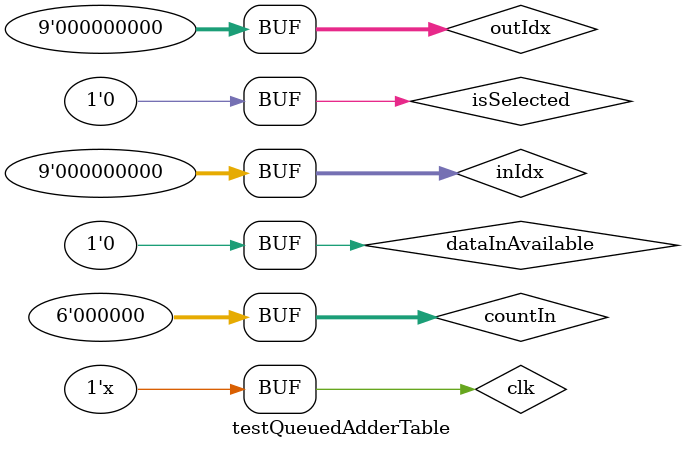
<source format=v>
`timescale 1ns / 1ps


module testQueuedAdderTable;

reg clk = 0;
reg[5:0] countIn = 0;
reg[8:0] inIdx = 0;
reg dataInAvailable = 0;
reg[8:0] outIdx = 0;
reg isSelected = 0;

wire fifoAlmostFull;
wire fifoFull;

wire[39:0] currentSum;


queuedAdderTable tableWithQueue(
    .clk(clk),
    
    // input side
    .countIn(countIn),
    .inIdx(inIdx),
    .dataInAvailable(dataInAvailable),
    .fifoAlmostFull(fifoAlmostFull),
    .fifoFull(fifoFull),
    
    // output side
    .outIdx(outIdx),
    .isSelected(isSelected), // should perform a read/reset cycle, if not, data can be written
    .currentSum(currentSum)
);

always #1 clk = !clk;


endmodule

</source>
